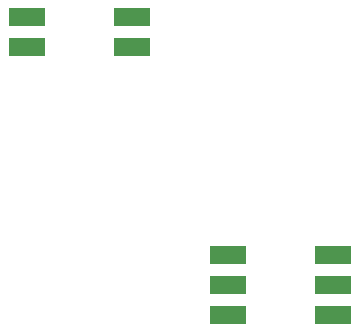
<source format=gtp>
G04 #@! TF.GenerationSoftware,KiCad,Pcbnew,5.1.6-c6e7f7d~87~ubuntu18.04.1*
G04 #@! TF.CreationDate,2020-10-10T14:26:16+05:30*
G04 #@! TF.ProjectId,BackEnd_HeavyDevice_v1,4261636b-456e-4645-9f48-656176794465,rev?*
G04 #@! TF.SameCoordinates,Original*
G04 #@! TF.FileFunction,Paste,Top*
G04 #@! TF.FilePolarity,Positive*
%FSLAX46Y46*%
G04 Gerber Fmt 4.6, Leading zero omitted, Abs format (unit mm)*
G04 Created by KiCad (PCBNEW 5.1.6-c6e7f7d~87~ubuntu18.04.1) date 2020-10-10 14:26:16*
%MOMM*%
%LPD*%
G01*
G04 APERTURE LIST*
%ADD10R,3.100000X1.600000*%
G04 APERTURE END LIST*
D10*
X134424000Y-97330300D03*
X125534000Y-99870300D03*
X134424000Y-99870300D03*
X125534000Y-97330300D03*
X151435000Y-117462000D03*
X142545000Y-122542000D03*
X151435000Y-120002000D03*
X142545000Y-120002000D03*
X151435000Y-122542000D03*
X142545000Y-117462000D03*
M02*

</source>
